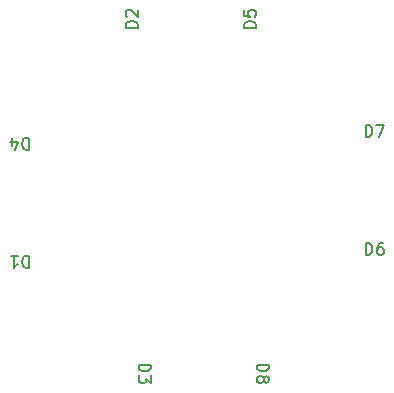
<source format=gbr>
%TF.GenerationSoftware,KiCad,Pcbnew,(6.0.8)*%
%TF.CreationDate,2022-10-18T11:21:03+02:00*%
%TF.ProjectId,board,626f6172-642e-46b6-9963-61645f706362,rev?*%
%TF.SameCoordinates,Original*%
%TF.FileFunction,Legend,Top*%
%TF.FilePolarity,Positive*%
%FSLAX46Y46*%
G04 Gerber Fmt 4.6, Leading zero omitted, Abs format (unit mm)*
G04 Created by KiCad (PCBNEW (6.0.8)) date 2022-10-18 11:21:03*
%MOMM*%
%LPD*%
G01*
G04 APERTURE LIST*
%ADD10C,0.150000*%
G04 APERTURE END LIST*
D10*
%TO.C,D8*%
X115047619Y-134261904D02*
X116047619Y-134261904D01*
X116047619Y-134500000D01*
X116000000Y-134642857D01*
X115904761Y-134738095D01*
X115809523Y-134785714D01*
X115619047Y-134833333D01*
X115476190Y-134833333D01*
X115285714Y-134785714D01*
X115190476Y-134738095D01*
X115095238Y-134642857D01*
X115047619Y-134500000D01*
X115047619Y-134261904D01*
X115619047Y-135404761D02*
X115666666Y-135309523D01*
X115714285Y-135261904D01*
X115809523Y-135214285D01*
X115857142Y-135214285D01*
X115952380Y-135261904D01*
X116000000Y-135309523D01*
X116047619Y-135404761D01*
X116047619Y-135595238D01*
X116000000Y-135690476D01*
X115952380Y-135738095D01*
X115857142Y-135785714D01*
X115809523Y-135785714D01*
X115714285Y-135738095D01*
X115666666Y-135690476D01*
X115619047Y-135595238D01*
X115619047Y-135404761D01*
X115571428Y-135309523D01*
X115523809Y-135261904D01*
X115428571Y-135214285D01*
X115238095Y-135214285D01*
X115142857Y-135261904D01*
X115095238Y-135309523D01*
X115047619Y-135404761D01*
X115047619Y-135595238D01*
X115095238Y-135690476D01*
X115142857Y-135738095D01*
X115238095Y-135785714D01*
X115428571Y-135785714D01*
X115523809Y-135738095D01*
X115571428Y-135690476D01*
X115619047Y-135595238D01*
%TO.C,D7*%
X124261904Y-114952380D02*
X124261904Y-113952380D01*
X124500000Y-113952380D01*
X124642857Y-114000000D01*
X124738095Y-114095238D01*
X124785714Y-114190476D01*
X124833333Y-114380952D01*
X124833333Y-114523809D01*
X124785714Y-114714285D01*
X124738095Y-114809523D01*
X124642857Y-114904761D01*
X124500000Y-114952380D01*
X124261904Y-114952380D01*
X125166666Y-113952380D02*
X125833333Y-113952380D01*
X125404761Y-114952380D01*
%TO.C,D6*%
X124261904Y-124952380D02*
X124261904Y-123952380D01*
X124500000Y-123952380D01*
X124642857Y-124000000D01*
X124738095Y-124095238D01*
X124785714Y-124190476D01*
X124833333Y-124380952D01*
X124833333Y-124523809D01*
X124785714Y-124714285D01*
X124738095Y-124809523D01*
X124642857Y-124904761D01*
X124500000Y-124952380D01*
X124261904Y-124952380D01*
X125690476Y-123952380D02*
X125500000Y-123952380D01*
X125404761Y-124000000D01*
X125357142Y-124047619D01*
X125261904Y-124190476D01*
X125214285Y-124380952D01*
X125214285Y-124761904D01*
X125261904Y-124857142D01*
X125309523Y-124904761D01*
X125404761Y-124952380D01*
X125595238Y-124952380D01*
X125690476Y-124904761D01*
X125738095Y-124857142D01*
X125785714Y-124761904D01*
X125785714Y-124523809D01*
X125738095Y-124428571D01*
X125690476Y-124380952D01*
X125595238Y-124333333D01*
X125404761Y-124333333D01*
X125309523Y-124380952D01*
X125261904Y-124428571D01*
X125214285Y-124523809D01*
%TO.C,D5*%
X114952380Y-105738095D02*
X113952380Y-105738095D01*
X113952380Y-105500000D01*
X114000000Y-105357142D01*
X114095238Y-105261904D01*
X114190476Y-105214285D01*
X114380952Y-105166666D01*
X114523809Y-105166666D01*
X114714285Y-105214285D01*
X114809523Y-105261904D01*
X114904761Y-105357142D01*
X114952380Y-105500000D01*
X114952380Y-105738095D01*
X113952380Y-104261904D02*
X113952380Y-104738095D01*
X114428571Y-104785714D01*
X114380952Y-104738095D01*
X114333333Y-104642857D01*
X114333333Y-104404761D01*
X114380952Y-104309523D01*
X114428571Y-104261904D01*
X114523809Y-104214285D01*
X114761904Y-104214285D01*
X114857142Y-104261904D01*
X114904761Y-104309523D01*
X114952380Y-104404761D01*
X114952380Y-104642857D01*
X114904761Y-104738095D01*
X114857142Y-104785714D01*
%TO.C,D4*%
X95738095Y-115047619D02*
X95738095Y-116047619D01*
X95500000Y-116047619D01*
X95357142Y-116000000D01*
X95261904Y-115904761D01*
X95214285Y-115809523D01*
X95166666Y-115619047D01*
X95166666Y-115476190D01*
X95214285Y-115285714D01*
X95261904Y-115190476D01*
X95357142Y-115095238D01*
X95500000Y-115047619D01*
X95738095Y-115047619D01*
X94309523Y-115714285D02*
X94309523Y-115047619D01*
X94547619Y-116095238D02*
X94785714Y-115380952D01*
X94166666Y-115380952D01*
%TO.C,D3*%
X105047619Y-134261904D02*
X106047619Y-134261904D01*
X106047619Y-134500000D01*
X106000000Y-134642857D01*
X105904761Y-134738095D01*
X105809523Y-134785714D01*
X105619047Y-134833333D01*
X105476190Y-134833333D01*
X105285714Y-134785714D01*
X105190476Y-134738095D01*
X105095238Y-134642857D01*
X105047619Y-134500000D01*
X105047619Y-134261904D01*
X106047619Y-135166666D02*
X106047619Y-135785714D01*
X105666666Y-135452380D01*
X105666666Y-135595238D01*
X105619047Y-135690476D01*
X105571428Y-135738095D01*
X105476190Y-135785714D01*
X105238095Y-135785714D01*
X105142857Y-135738095D01*
X105095238Y-135690476D01*
X105047619Y-135595238D01*
X105047619Y-135309523D01*
X105095238Y-135214285D01*
X105142857Y-135166666D01*
%TO.C,D2*%
X104952380Y-105738095D02*
X103952380Y-105738095D01*
X103952380Y-105500000D01*
X104000000Y-105357142D01*
X104095238Y-105261904D01*
X104190476Y-105214285D01*
X104380952Y-105166666D01*
X104523809Y-105166666D01*
X104714285Y-105214285D01*
X104809523Y-105261904D01*
X104904761Y-105357142D01*
X104952380Y-105500000D01*
X104952380Y-105738095D01*
X104047619Y-104785714D02*
X104000000Y-104738095D01*
X103952380Y-104642857D01*
X103952380Y-104404761D01*
X104000000Y-104309523D01*
X104047619Y-104261904D01*
X104142857Y-104214285D01*
X104238095Y-104214285D01*
X104380952Y-104261904D01*
X104952380Y-104833333D01*
X104952380Y-104214285D01*
%TO.C,D1*%
X95738095Y-125047619D02*
X95738095Y-126047619D01*
X95500000Y-126047619D01*
X95357142Y-126000000D01*
X95261904Y-125904761D01*
X95214285Y-125809523D01*
X95166666Y-125619047D01*
X95166666Y-125476190D01*
X95214285Y-125285714D01*
X95261904Y-125190476D01*
X95357142Y-125095238D01*
X95500000Y-125047619D01*
X95738095Y-125047619D01*
X94214285Y-125047619D02*
X94785714Y-125047619D01*
X94500000Y-125047619D02*
X94500000Y-126047619D01*
X94595238Y-125904761D01*
X94690476Y-125809523D01*
X94785714Y-125761904D01*
%TD*%
M02*

</source>
